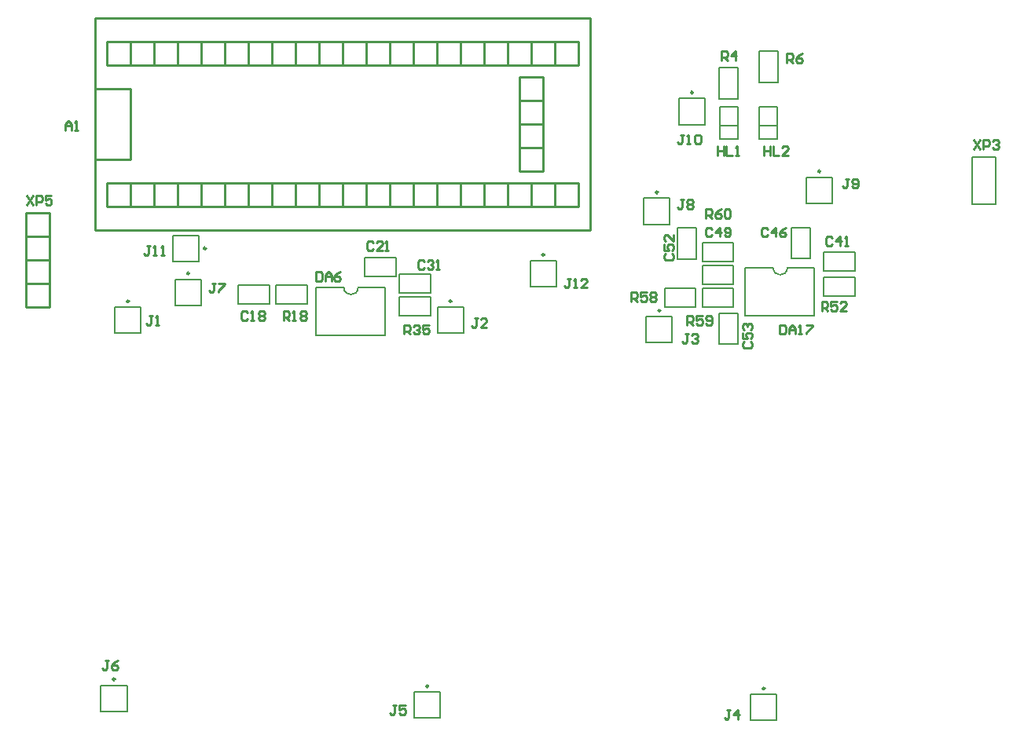
<source format=gto>
G04 Layer_Color=65535*
%FSAX44Y44*%
%MOMM*%
G71*
G01*
G75*
%ADD24C,0.2500*%
%ADD25C,0.2000*%
%ADD26C,0.2540*%
D24*
X00208750Y00198000D02*
G03*
X00208750Y00198000I-00001250J00000000D01*
G01*
X00223750Y00605500D02*
G03*
X00223750Y00605500I-00001250J00000000D01*
G01*
X00671250Y00655500D02*
G03*
X00671250Y00655500I-00001250J00000000D01*
G01*
X00793750Y00723000D02*
G03*
X00793750Y00723000I-00001250J00000000D01*
G01*
X00288750Y00635500D02*
G03*
X00288750Y00635500I-00001250J00000000D01*
G01*
X00968750Y00745500D02*
G03*
X00968750Y00745500I-00001250J00000000D01*
G01*
X00796250Y00595500D02*
G03*
X00796250Y00595500I-00001250J00000000D01*
G01*
X00831250Y00830500D02*
G03*
X00831250Y00830500I-00001250J00000000D01*
G01*
X00571250Y00605500D02*
G03*
X00571250Y00605500I-00001250J00000000D01*
G01*
X00306750Y00662500D02*
G03*
X00306750Y00662500I-00001250J00000000D01*
G01*
X00546250Y00190500D02*
G03*
X00546250Y00190500I-00001250J00000000D01*
G01*
X00908750Y00188000D02*
G03*
X00908750Y00188000I-00001250J00000000D01*
G01*
X00155000Y00790000D02*
Y00796665D01*
X00158332Y00799997D01*
X00161665Y00796665D01*
Y00790000D01*
Y00794998D01*
X00155000D01*
X00164997Y00790000D02*
X00168329D01*
X00166663D01*
Y00799997D01*
X00164997Y00798331D01*
X00425000Y00636997D02*
Y00627000D01*
X00429998D01*
X00431665Y00628666D01*
Y00635331D01*
X00429998Y00636997D01*
X00425000D01*
X00434997Y00627000D02*
Y00633665D01*
X00438329Y00636997D01*
X00441661Y00633665D01*
Y00627000D01*
Y00631998D01*
X00434997D01*
X00451658Y00636997D02*
X00448326Y00635331D01*
X00444994Y00631998D01*
Y00628666D01*
X00446660Y00627000D01*
X00449992D01*
X00451658Y00628666D01*
Y00630332D01*
X00449992Y00631998D01*
X00444994D01*
X00113538Y00719419D02*
X00120203Y00709422D01*
Y00719419D02*
X00113538Y00709422D01*
X00123535D02*
Y00719419D01*
X00128533D01*
X00130199Y00717753D01*
Y00714420D01*
X00128533Y00712754D01*
X00123535D01*
X00140196Y00719419D02*
X00133532D01*
Y00714420D01*
X00136864Y00716087D01*
X00138530D01*
X00140196Y00714420D01*
Y00711088D01*
X00138530Y00709422D01*
X00135198D01*
X00133532Y00711088D01*
X00845000Y00695000D02*
Y00704997D01*
X00849998D01*
X00851665Y00703331D01*
Y00699998D01*
X00849998Y00698332D01*
X00845000D01*
X00848332D02*
X00851665Y00695000D01*
X00861661Y00704997D02*
X00858329Y00703331D01*
X00854997Y00699998D01*
Y00696666D01*
X00856663Y00695000D01*
X00859995D01*
X00861661Y00696666D01*
Y00698332D01*
X00859995Y00699998D01*
X00854997D01*
X00864994Y00703331D02*
X00866660Y00704997D01*
X00869992D01*
X00871658Y00703331D01*
Y00696666D01*
X00869992Y00695000D01*
X00866660D01*
X00864994Y00696666D01*
Y00703331D01*
X00825000Y00580000D02*
Y00589997D01*
X00829998D01*
X00831665Y00588331D01*
Y00584998D01*
X00829998Y00583332D01*
X00825000D01*
X00828332D02*
X00831665Y00580000D01*
X00841661Y00589997D02*
X00834997D01*
Y00584998D01*
X00838329Y00586665D01*
X00839995D01*
X00841661Y00584998D01*
Y00581666D01*
X00839995Y00580000D01*
X00836663D01*
X00834997Y00581666D01*
X00844994D02*
X00846660Y00580000D01*
X00849992D01*
X00851658Y00581666D01*
Y00588331D01*
X00849992Y00589997D01*
X00846660D01*
X00844994Y00588331D01*
Y00586665D01*
X00846660Y00584998D01*
X00851658D01*
X00765000Y00605000D02*
Y00614997D01*
X00769998D01*
X00771665Y00613331D01*
Y00609998D01*
X00769998Y00608332D01*
X00765000D01*
X00768332D02*
X00771665Y00605000D01*
X00781661Y00614997D02*
X00774997D01*
Y00609998D01*
X00778329Y00611665D01*
X00779995D01*
X00781661Y00609998D01*
Y00606666D01*
X00779995Y00605000D01*
X00776663D01*
X00774997Y00606666D01*
X00784994Y00613331D02*
X00786660Y00614997D01*
X00789992D01*
X00791658Y00613331D01*
Y00611665D01*
X00789992Y00609998D01*
X00791658Y00608332D01*
Y00606666D01*
X00789992Y00605000D01*
X00786660D01*
X00784994Y00606666D01*
Y00608332D01*
X00786660Y00609998D01*
X00784994Y00611665D01*
Y00613331D01*
X00786660Y00609998D02*
X00789992D01*
X00970000Y00595000D02*
Y00604997D01*
X00974998D01*
X00976665Y00603331D01*
Y00599998D01*
X00974998Y00598332D01*
X00970000D01*
X00973332D02*
X00976665Y00595000D01*
X00986661Y00604997D02*
X00979997D01*
Y00599998D01*
X00983329Y00601665D01*
X00984995D01*
X00986661Y00599998D01*
Y00596666D01*
X00984995Y00595000D01*
X00981663D01*
X00979997Y00596666D01*
X00996658Y00595000D02*
X00989994D01*
X00996658Y00601665D01*
Y00603331D01*
X00994992Y00604997D01*
X00991660D01*
X00989994Y00603331D01*
X00520000Y00570000D02*
Y00579997D01*
X00524998D01*
X00526665Y00578331D01*
Y00574998D01*
X00524998Y00573332D01*
X00520000D01*
X00523332D02*
X00526665Y00570000D01*
X00529997Y00578331D02*
X00531663Y00579997D01*
X00534995D01*
X00536661Y00578331D01*
Y00576665D01*
X00534995Y00574998D01*
X00533329D01*
X00534995D01*
X00536661Y00573332D01*
Y00571666D01*
X00534995Y00570000D01*
X00531663D01*
X00529997Y00571666D01*
X00546658Y00579997D02*
X00539994D01*
Y00574998D01*
X00543326Y00576665D01*
X00544992D01*
X00546658Y00574998D01*
Y00571666D01*
X00544992Y00570000D01*
X00541660D01*
X00539994Y00571666D01*
X00390000Y00585000D02*
Y00594997D01*
X00394998D01*
X00396665Y00593331D01*
Y00589998D01*
X00394998Y00588332D01*
X00390000D01*
X00393332D02*
X00396665Y00585000D01*
X00399997D02*
X00403329D01*
X00401663D01*
Y00594997D01*
X00399997Y00593331D01*
X00408327D02*
X00409994Y00594997D01*
X00413326D01*
X00414992Y00593331D01*
Y00591665D01*
X00413326Y00589998D01*
X00414992Y00588332D01*
Y00586666D01*
X00413326Y00585000D01*
X00409994D01*
X00408327Y00586666D01*
Y00588332D01*
X00409994Y00589998D01*
X00408327Y00591665D01*
Y00593331D01*
X00409994Y00589998D02*
X00413326D01*
X00932500Y00862500D02*
Y00872497D01*
X00937498D01*
X00939165Y00870831D01*
Y00867498D01*
X00937498Y00865832D01*
X00932500D01*
X00935832D02*
X00939165Y00862500D01*
X00949161Y00872497D02*
X00945829Y00870831D01*
X00942497Y00867498D01*
Y00864166D01*
X00944163Y00862500D01*
X00947495D01*
X00949161Y00864166D01*
Y00865832D01*
X00947495Y00867498D01*
X00942497D01*
X00861822Y00865378D02*
Y00875375D01*
X00866820D01*
X00868486Y00873709D01*
Y00870376D01*
X00866820Y00868710D01*
X00861822D01*
X00865154D02*
X00868486Y00865378D01*
X00876817D02*
Y00875375D01*
X00871819Y00870376D01*
X00878483D01*
X00907500Y00772497D02*
Y00762500D01*
Y00767498D01*
X00914165D01*
Y00772497D01*
Y00762500D01*
X00917497Y00772497D02*
Y00762500D01*
X00924161D01*
X00934158D02*
X00927494D01*
X00934158Y00769165D01*
Y00770831D01*
X00932492Y00772497D01*
X00929160D01*
X00927494Y00770831D01*
X00857500Y00772497D02*
Y00762500D01*
Y00767498D01*
X00864165D01*
Y00772497D01*
Y00762500D01*
X00867497Y00772497D02*
Y00762500D01*
X00874161D01*
X00877494D02*
X00880826D01*
X00879160D01*
Y00772497D01*
X00877494Y00770831D01*
X00925000Y00579997D02*
Y00570000D01*
X00929998D01*
X00931665Y00571666D01*
Y00578331D01*
X00929998Y00579997D01*
X00925000D01*
X00934997Y00570000D02*
Y00576665D01*
X00938329Y00579997D01*
X00941661Y00576665D01*
Y00570000D01*
Y00574998D01*
X00934997D01*
X00944994Y00570000D02*
X00948326D01*
X00946660D01*
Y00579997D01*
X00944994Y00578331D01*
X00953324Y00579997D02*
X00959989D01*
Y00578331D01*
X00953324Y00571666D01*
Y00570000D01*
X00886669Y00561665D02*
X00885003Y00559998D01*
Y00556666D01*
X00886669Y00555000D01*
X00893334D01*
X00895000Y00556666D01*
Y00559998D01*
X00893334Y00561665D01*
X00885003Y00571661D02*
Y00564997D01*
X00890002D01*
X00888335Y00568329D01*
Y00569995D01*
X00890002Y00571661D01*
X00893334D01*
X00895000Y00569995D01*
Y00566663D01*
X00893334Y00564997D01*
X00886669Y00574994D02*
X00885003Y00576660D01*
Y00579992D01*
X00886669Y00581658D01*
X00888335D01*
X00890002Y00579992D01*
Y00578326D01*
Y00579992D01*
X00891668Y00581658D01*
X00893334D01*
X00895000Y00579992D01*
Y00576660D01*
X00893334Y00574994D01*
X00801669Y00656665D02*
X00800003Y00654998D01*
Y00651666D01*
X00801669Y00650000D01*
X00808334D01*
X00810000Y00651666D01*
Y00654998D01*
X00808334Y00656665D01*
X00800003Y00666661D02*
Y00659997D01*
X00805002D01*
X00803335Y00663329D01*
Y00664995D01*
X00805002Y00666661D01*
X00808334D01*
X00810000Y00664995D01*
Y00661663D01*
X00808334Y00659997D01*
X00810000Y00676658D02*
Y00669994D01*
X00803335Y00676658D01*
X00801669D01*
X00800003Y00674992D01*
Y00671660D01*
X00801669Y00669994D01*
X00851665Y00683331D02*
X00849998Y00684997D01*
X00846666D01*
X00845000Y00683331D01*
Y00676666D01*
X00846666Y00675000D01*
X00849998D01*
X00851665Y00676666D01*
X00859995Y00675000D02*
Y00684997D01*
X00854997Y00679998D01*
X00861661D01*
X00864994Y00676666D02*
X00866660Y00675000D01*
X00869992D01*
X00871658Y00676666D01*
Y00683331D01*
X00869992Y00684997D01*
X00866660D01*
X00864994Y00683331D01*
Y00681665D01*
X00866660Y00679998D01*
X00871658D01*
X00911665Y00683331D02*
X00909998Y00684997D01*
X00906666D01*
X00905000Y00683331D01*
Y00676666D01*
X00906666Y00675000D01*
X00909998D01*
X00911665Y00676666D01*
X00919995Y00675000D02*
Y00684997D01*
X00914997Y00679998D01*
X00921661D01*
X00931658Y00684997D02*
X00928326Y00683331D01*
X00924994Y00679998D01*
Y00676666D01*
X00926660Y00675000D01*
X00929992D01*
X00931658Y00676666D01*
Y00678332D01*
X00929992Y00679998D01*
X00924994D01*
X00981665Y00673331D02*
X00979998Y00674997D01*
X00976666D01*
X00975000Y00673331D01*
Y00666666D01*
X00976666Y00665000D01*
X00979998D01*
X00981665Y00666666D01*
X00989995Y00665000D02*
Y00674997D01*
X00984997Y00669998D01*
X00991661D01*
X00994994Y00665000D02*
X00998326D01*
X00996660D01*
Y00674997D01*
X00994994Y00673331D01*
X00541665Y00648331D02*
X00539998Y00649997D01*
X00536666D01*
X00535000Y00648331D01*
Y00641666D01*
X00536666Y00640000D01*
X00539998D01*
X00541665Y00641666D01*
X00544997Y00648331D02*
X00546663Y00649997D01*
X00549995D01*
X00551661Y00648331D01*
Y00646665D01*
X00549995Y00644998D01*
X00548329D01*
X00549995D01*
X00551661Y00643332D01*
Y00641666D01*
X00549995Y00640000D01*
X00546663D01*
X00544997Y00641666D01*
X00554994Y00640000D02*
X00558326D01*
X00556660D01*
Y00649997D01*
X00554994Y00648331D01*
X00486665Y00668331D02*
X00484998Y00669997D01*
X00481666D01*
X00480000Y00668331D01*
Y00661666D01*
X00481666Y00660000D01*
X00484998D01*
X00486665Y00661666D01*
X00496661Y00660000D02*
X00489997D01*
X00496661Y00666665D01*
Y00668331D01*
X00494995Y00669997D01*
X00491663D01*
X00489997Y00668331D01*
X00499994Y00660000D02*
X00503326D01*
X00501660D01*
Y00669997D01*
X00499994Y00668331D01*
X00351665Y00593331D02*
X00349998Y00594997D01*
X00346666D01*
X00345000Y00593331D01*
Y00586666D01*
X00346666Y00585000D01*
X00349998D01*
X00351665Y00586666D01*
X00354997Y00585000D02*
X00358329D01*
X00356663D01*
Y00594997D01*
X00354997Y00593331D01*
X00363327D02*
X00364994Y00594997D01*
X00368326D01*
X00369992Y00593331D01*
Y00591665D01*
X00368326Y00589998D01*
X00369992Y00588332D01*
Y00586666D01*
X00368326Y00585000D01*
X00364994D01*
X00363327Y00586666D01*
Y00588332D01*
X00364994Y00589998D01*
X00363327Y00591665D01*
Y00593331D01*
X00364994Y00589998D02*
X00368326D01*
X00249165Y00589997D02*
X00245832D01*
X00247498D01*
Y00581666D01*
X00245832Y00580000D01*
X00244166D01*
X00242500Y00581666D01*
X00252497Y00580000D02*
X00255829D01*
X00254163D01*
Y00589997D01*
X00252497Y00588331D01*
X00599165Y00587497D02*
X00595832D01*
X00597498D01*
Y00579166D01*
X00595832Y00577500D01*
X00594166D01*
X00592500Y00579166D01*
X00609161Y00577500D02*
X00602497D01*
X00609161Y00584165D01*
Y00585831D01*
X00607495Y00587497D01*
X00604163D01*
X00602497Y00585831D01*
X00826665Y00569997D02*
X00823332D01*
X00824998D01*
Y00561666D01*
X00823332Y00560000D01*
X00821666D01*
X00820000Y00561666D01*
X00829997Y00568331D02*
X00831663Y00569997D01*
X00834995D01*
X00836661Y00568331D01*
Y00566665D01*
X00834995Y00564998D01*
X00833329D01*
X00834995D01*
X00836661Y00563332D01*
Y00561666D01*
X00834995Y00560000D01*
X00831663D01*
X00829997Y00561666D01*
X00871665Y00164997D02*
X00868332D01*
X00869998D01*
Y00156666D01*
X00868332Y00155000D01*
X00866666D01*
X00865000Y00156666D01*
X00879995Y00155000D02*
Y00164997D01*
X00874997Y00159998D01*
X00881661D01*
X00511665Y00169997D02*
X00508332D01*
X00509998D01*
Y00161666D01*
X00508332Y00160000D01*
X00506666D01*
X00505000Y00161666D01*
X00521661Y00169997D02*
X00514997D01*
Y00164998D01*
X00518329Y00166665D01*
X00519995D01*
X00521661Y00164998D01*
Y00161666D01*
X00519995Y00160000D01*
X00516663D01*
X00514997Y00161666D01*
X00201737Y00218023D02*
X00198404D01*
X00200070D01*
Y00209692D01*
X00198404Y00208026D01*
X00196738D01*
X00195072Y00209692D01*
X00211733Y00218023D02*
X00208401Y00216357D01*
X00205069Y00213024D01*
Y00209692D01*
X00206735Y00208026D01*
X00210067D01*
X00211733Y00209692D01*
Y00211358D01*
X00210067Y00213024D01*
X00205069D01*
X00316665Y00624997D02*
X00313332D01*
X00314998D01*
Y00616666D01*
X00313332Y00615000D01*
X00311666D01*
X00310000Y00616666D01*
X00319997Y00624997D02*
X00326661D01*
Y00623331D01*
X00319997Y00616666D01*
Y00615000D01*
X00821665Y00714997D02*
X00818332D01*
X00819998D01*
Y00706666D01*
X00818332Y00705000D01*
X00816666D01*
X00815000Y00706666D01*
X00824997Y00713331D02*
X00826663Y00714997D01*
X00829995D01*
X00831661Y00713331D01*
Y00711665D01*
X00829995Y00709998D01*
X00831661Y00708332D01*
Y00706666D01*
X00829995Y00705000D01*
X00826663D01*
X00824997Y00706666D01*
Y00708332D01*
X00826663Y00709998D01*
X00824997Y00711665D01*
Y00713331D01*
X00826663Y00709998D02*
X00829995D01*
X00999165Y00737497D02*
X00995832D01*
X00997498D01*
Y00729166D01*
X00995832Y00727500D01*
X00994166D01*
X00992500Y00729166D01*
X01002497D02*
X01004163Y00727500D01*
X01007495D01*
X01009161Y00729166D01*
Y00735831D01*
X01007495Y00737497D01*
X01004163D01*
X01002497Y00735831D01*
Y00734165D01*
X01004163Y00732498D01*
X01009161D01*
X00821665Y00784997D02*
X00818332D01*
X00819998D01*
Y00776666D01*
X00818332Y00775000D01*
X00816666D01*
X00815000Y00776666D01*
X00824997Y00775000D02*
X00828329D01*
X00826663D01*
Y00784997D01*
X00824997Y00783331D01*
X00833327D02*
X00834994Y00784997D01*
X00838326D01*
X00839992Y00783331D01*
Y00776666D01*
X00838326Y00775000D01*
X00834994D01*
X00833327Y00776666D01*
Y00783331D01*
X00246665Y00664997D02*
X00243332D01*
X00244998D01*
Y00656666D01*
X00243332Y00655000D01*
X00241666D01*
X00240000Y00656666D01*
X00249997Y00655000D02*
X00253329D01*
X00251663D01*
Y00664997D01*
X00249997Y00663331D01*
X00258327Y00655000D02*
X00261660D01*
X00259994D01*
Y00664997D01*
X00258327Y00663331D01*
X00699165Y00629997D02*
X00695832D01*
X00697498D01*
Y00621666D01*
X00695832Y00620000D01*
X00694166D01*
X00692500Y00621666D01*
X00702497Y00620000D02*
X00705829D01*
X00704163D01*
Y00629997D01*
X00702497Y00628331D01*
X00717492Y00620000D02*
X00710827D01*
X00717492Y00626665D01*
Y00628331D01*
X00715826Y00629997D01*
X00712494D01*
X00710827Y00628331D01*
X01133856Y00779109D02*
X01140520Y00769112D01*
Y00779109D02*
X01133856Y00769112D01*
X01143853D02*
Y00779109D01*
X01148851D01*
X01150517Y00777443D01*
Y00774110D01*
X01148851Y00772444D01*
X01143853D01*
X01153850Y00777443D02*
X01155516Y00779109D01*
X01158848D01*
X01160514Y00777443D01*
Y00775777D01*
X01158848Y00774110D01*
X01157182D01*
X01158848D01*
X01160514Y00772444D01*
Y00770778D01*
X01158848Y00769112D01*
X01155516D01*
X01153850Y00770778D01*
D25*
X00917740Y00641520D02*
G03*
X00932980Y00641520I00007620J00000000D01*
G01*
X00455240Y00620220D02*
G03*
X00470480Y00620220I00007620J00000000D01*
G01*
X00860000Y00794500D02*
X00880000D01*
Y00780000D02*
Y00815000D01*
X00860000D02*
X00880000D01*
X00860000Y00780000D02*
Y00815000D01*
Y00780000D02*
X00880000D01*
X00902500D02*
X00922500D01*
X00902500D02*
Y00815000D01*
X00922500D01*
Y00780000D02*
Y00815000D01*
X00902500Y00794500D02*
X00922500D01*
X00193500Y00191500D02*
X00221500D01*
X00221500Y00163500D02*
Y00191500D01*
X00193500Y00163500D02*
X00221500D01*
X00193500Y00163500D02*
Y00191500D01*
X01132300Y00709800D02*
Y00760600D01*
Y00709800D02*
X01157700D01*
Y00760600D01*
X01132300D02*
X01157700D01*
X00208500Y00599000D02*
X00236500D01*
X00236500Y00571000D02*
Y00599000D01*
X00208500Y00571000D02*
X00236500D01*
X00208500Y00571000D02*
Y00599000D01*
X00656000Y00649000D02*
X00684000D01*
X00684000Y00621000D02*
Y00649000D01*
X00656000Y00621000D02*
X00684000D01*
X00656000Y00621000D02*
Y00649000D01*
X00778500Y00716500D02*
X00806500D01*
X00806500Y00688500D02*
Y00716500D01*
X00778500Y00688500D02*
X00806500D01*
X00778500Y00688500D02*
Y00716500D01*
X00273500Y00629000D02*
X00301500D01*
X00301500Y00601000D02*
Y00629000D01*
X00273500Y00601000D02*
X00301500D01*
X00273500Y00601000D02*
Y00629000D01*
X00953500Y00739000D02*
X00981500D01*
X00981500Y00711000D02*
Y00739000D01*
X00953500Y00711000D02*
X00981500D01*
X00953500Y00711000D02*
Y00739000D01*
X00781000Y00589000D02*
X00809000D01*
X00809000Y00561000D02*
Y00589000D01*
X00781000Y00561000D02*
X00809000D01*
X00781000Y00561000D02*
Y00589000D01*
X00816000Y00824000D02*
X00844000D01*
X00844000Y00796000D02*
Y00824000D01*
X00816000Y00796000D02*
X00844000D01*
X00816000Y00796000D02*
Y00824000D01*
X00556000Y00599000D02*
X00584000D01*
X00584000Y00571000D02*
Y00599000D01*
X00556000Y00571000D02*
X00584000D01*
X00556000Y00571000D02*
Y00599000D01*
X00299000Y00648500D02*
Y00676500D01*
X00271000Y00648500D02*
X00299000D01*
X00271000D02*
Y00676500D01*
X00271000Y00676500D02*
X00299000D01*
X00531000Y00184000D02*
X00559000D01*
X00559000Y00156000D02*
Y00184000D01*
X00531000Y00156000D02*
X00559000D01*
X00531000Y00156000D02*
Y00184000D01*
X00893500Y00181500D02*
X00921500D01*
X00921500Y00153500D02*
Y00181500D01*
X00893500Y00153500D02*
X00921500D01*
X00893500Y00153500D02*
Y00181500D01*
X00887260Y00589850D02*
X00962190D01*
X00887260D02*
Y00641520D01*
X00915200D01*
X00962190Y00589850D02*
Y00641520D01*
X00935520D02*
X00962190D01*
X00915200D02*
X00917740D01*
X00932980D02*
X00935520D01*
X00424760Y00568550D02*
X00499690D01*
X00424760D02*
Y00620220D01*
X00452700D01*
X00499690Y00568550D02*
Y00620220D01*
X00473020D02*
X00499690D01*
X00452700D02*
X00455240D01*
X00470480D02*
X00473020D01*
X00341238Y00602440D02*
X00374766D01*
Y00622760D01*
X00341238D02*
X00374766D01*
X00341238Y00602440D02*
Y00622760D01*
X00511162Y00631840D02*
Y00652160D01*
X00477634Y00631840D02*
X00511162D01*
X00477634D02*
Y00652160D01*
X00511162D01*
X00515236Y00614840D02*
Y00635160D01*
X00548764D01*
Y00614840D02*
Y00635160D01*
X00515236Y00614840D02*
X00548764D01*
X00972434Y00638540D02*
Y00658860D01*
X01005962D01*
Y00638540D02*
Y00658860D01*
X00972434Y00638540D02*
X01005962D01*
X00937340Y00651534D02*
Y00685062D01*
Y00651534D02*
X00957660D01*
Y00685062D01*
X00937340D02*
X00957660D01*
X00841338Y00623740D02*
Y00644060D01*
X00874866D01*
Y00623740D02*
Y00644060D01*
X00841338Y00623740D02*
X00874866D01*
X00814840Y00651134D02*
Y00684662D01*
Y00651134D02*
X00835160D01*
Y00684662D01*
X00814840D02*
X00835160D01*
X00859840Y00592764D02*
X00880160D01*
Y00559236D02*
Y00592764D01*
X00859840Y00559236D02*
X00880160D01*
X00859840D02*
Y00592764D01*
X00859840Y00823838D02*
Y00857366D01*
Y00823838D02*
X00880160D01*
Y00857366D01*
X00859840D02*
X00880160D01*
X00902340Y00874866D02*
X00922660D01*
Y00841338D02*
Y00874866D01*
X00902340Y00841338D02*
X00922660D01*
X00902340D02*
Y00874866D01*
X00382238Y00602440D02*
Y00622760D01*
X00415766D01*
Y00602440D02*
Y00622760D01*
X00382238Y00602440D02*
X00415766D01*
X00515236Y00610160D02*
X00548764D01*
X00515236Y00589840D02*
Y00610160D01*
Y00589840D02*
X00548764D01*
Y00610160D01*
X01005962Y00611040D02*
Y00631360D01*
X00972434Y00611040D02*
X01005962D01*
X00972434D02*
Y00631360D01*
X01005962D01*
X00800736Y00598942D02*
Y00619262D01*
X00834264D01*
Y00598942D02*
Y00619262D01*
X00800736Y00598942D02*
X00834264D01*
X00841338D02*
X00874866D01*
Y00619262D01*
X00841338D02*
X00874866D01*
X00841338Y00598942D02*
Y00619262D01*
Y00648538D02*
Y00668858D01*
X00874866D01*
Y00648538D02*
Y00668858D01*
X00841338Y00648538D02*
X00874866D01*
D26*
X00186800Y00910500D02*
X00720200D01*
Y00681900D02*
Y00910500D01*
X00186800Y00681900D02*
X00720200D01*
X00186800D02*
Y00910500D01*
X00224900Y00859700D02*
Y00885100D01*
X00250300Y00859700D02*
Y00885100D01*
X00275700Y00859700D02*
Y00885100D01*
X00326500Y00859700D02*
Y00885100D01*
X00351900Y00859700D02*
Y00885100D01*
X00377300Y00859700D02*
Y00885100D01*
X00428100Y00859700D02*
Y00885100D01*
X00453500Y00859700D02*
Y00885100D01*
X00478900Y00859700D02*
Y00885100D01*
X00529700Y00859700D02*
Y00885100D01*
X00555100Y00859700D02*
Y00885100D01*
X00580500Y00859700D02*
Y00885100D01*
X00631300Y00859700D02*
Y00885100D01*
X00656700Y00859700D02*
Y00885100D01*
X00682100Y00859700D02*
Y00885100D01*
X00656700D02*
X00707500D01*
Y00859700D02*
Y00885100D01*
X00656700Y00859700D02*
X00707500D01*
X00605900Y00885100D02*
X00656700D01*
X00605900Y00859700D02*
X00656700D01*
X00555100Y00885100D02*
X00605900D01*
Y00859700D02*
Y00885100D01*
X00555100Y00859700D02*
X00605900D01*
X00504300Y00885100D02*
X00555100D01*
X00504300Y00859700D02*
X00555100D01*
X00453500Y00885100D02*
X00504300D01*
Y00859700D02*
Y00885100D01*
X00453500Y00859700D02*
X00504300D01*
X00402700Y00885100D02*
X00453500D01*
X00402700Y00859700D02*
X00453500D01*
X00351900Y00885100D02*
X00402700D01*
Y00859700D02*
Y00885100D01*
X00351900Y00859700D02*
X00402700D01*
X00301100Y00885100D02*
X00351900D01*
X00301100Y00859700D02*
X00351900D01*
X00199500D02*
Y00885100D01*
Y00859700D02*
X00250300D01*
X00199500Y00885100D02*
X00250300D01*
Y00859700D02*
X00301100D01*
Y00885100D01*
X00250300D02*
X00301100D01*
X00250300Y00732700D02*
X00301100D01*
Y00707300D02*
Y00732700D01*
X00250300Y00707300D02*
X00301100D01*
X00199500Y00732700D02*
X00250300D01*
X00199500Y00707300D02*
X00250300D01*
X00199500D02*
Y00732700D01*
X00301100Y00707300D02*
X00351900D01*
X00301100Y00732700D02*
X00351900D01*
Y00707300D02*
X00402700D01*
Y00732700D01*
X00351900D02*
X00402700D01*
Y00707300D02*
X00453500D01*
X00402700Y00732700D02*
X00453500D01*
Y00707300D02*
X00504300D01*
Y00732700D01*
X00453500D02*
X00504300D01*
Y00707300D02*
X00555100D01*
X00504300Y00732700D02*
X00555100D01*
Y00707300D02*
X00605900D01*
Y00732700D01*
X00555100D02*
X00605900D01*
Y00707300D02*
X00656700D01*
X00605900Y00732700D02*
X00656700D01*
Y00707300D02*
X00707500D01*
Y00732700D01*
X00656700D02*
X00707500D01*
X00682100Y00707300D02*
Y00732700D01*
X00656700Y00707300D02*
Y00732700D01*
X00631300Y00707300D02*
Y00732700D01*
X00580500Y00707300D02*
Y00732700D01*
X00555100Y00707300D02*
Y00732700D01*
X00529700Y00707300D02*
Y00732700D01*
X00478900Y00707300D02*
Y00732700D01*
X00453500Y00707300D02*
Y00732700D01*
X00428100Y00707300D02*
Y00732700D01*
X00377300Y00707300D02*
Y00732700D01*
X00351900Y00707300D02*
Y00732700D01*
X00326500Y00707300D02*
Y00732700D01*
X00275700Y00707300D02*
Y00732700D01*
X00250300Y00707300D02*
Y00732700D01*
X00224900Y00707300D02*
Y00732700D01*
X00644000Y00847000D02*
X00669400D01*
X00644000Y00821600D02*
Y00847000D01*
Y00821600D02*
X00669400D01*
Y00847000D01*
Y00796200D02*
Y00821600D01*
X00644000Y00796200D02*
X00669400D01*
X00644000D02*
Y00821600D01*
X00669400D01*
Y00770800D02*
Y00796200D01*
X00644000Y00770800D02*
X00669400D01*
X00644000D02*
Y00796200D01*
X00669400D01*
Y00745400D02*
Y00770800D01*
X00644000Y00745400D02*
X00669400D01*
X00644000D02*
Y00770800D01*
X00669400D01*
X00186800Y00834300D02*
X00224900D01*
Y00758100D02*
Y00834300D01*
X00186800Y00758100D02*
X00224900D01*
X00125000Y00700600D02*
X00137700D01*
X00112300D02*
X00125000D01*
X00112300Y00599000D02*
X00125000D01*
X00137700D01*
X00112300D02*
Y00700600D01*
X00137700Y00599000D02*
Y00700600D01*
X00112300Y00675200D02*
X00125000D01*
X00137700D01*
X00125000Y00649800D02*
X00137700D01*
X00112300D02*
X00125000D01*
Y00624400D02*
X00137700D01*
X00112300D02*
X00125000D01*
M02*

</source>
